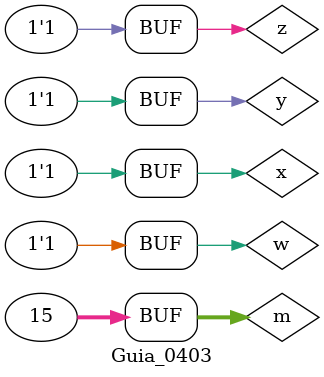
<source format=v>

module SoP (output s, input x, input y, input w, input z); // mintermos
   // m  ( 0, 2, 5, 7, 8, 11 )
   assign s = (~x & ~y & ~w & ~z)| (~x & ~y & w & ~z) | (~x & y & ~w & z) | (~x & y & w & z) | (x & ~y & ~w & ~z) | (x & ~y & w & z) ;
endmodule

module Guia_0403;
    reg x, y, w, z;
    wire s;
    integer m;

    // instancias
    SoP sop (s, x, y, w, z);

    // valores iniciais
    initial begin: start
    x=1'bx; y=1'bx; w=1'bx; z=1'bx; m =0; // indefinidos
    end
    // parte principal
    initial begin: main
    // identificacao
    $display("Tabela da Verdade");
    // monitoramento
    $display("  m  x  y  w  z  = s");
    $monitor("%d %2b %2b %2b %2b = %2b", m, x, y, w, z, s);
    // sinalizacao
    #1 m=0; x=0; y=0; w=0 ; z=0;
    #1 m=1; x=0; y=0; w=0 ; z=1; 
    #1 m=2; x=0; y=0; w=1 ; z=0;
    #1 m=3; x=0; y=0; w=1 ; z=1;
    #1 m=4; x=0; y=1; w=0 ; z=0;
    #1 m=5; x=0; y=1; w=0 ; z=1;
    #1 m=6; x=0; y=1; w=1 ; z=0;
    #1 m=7; x=0; y=1; w=1 ; z=1;
    #1 m=8; x=1; y=0; w=0 ; z=0;
    #1 m=9; x=1; y=0; w=0 ; z=1;
    #1 m=10; x=1; y=0; w=1 ; z=0;
    #1 m=11; x=1; y=0; w=1 ; z=1;
    #1 m=12; x=1; y=1; w=0 ; z=0;
    #1 m=13; x=1; y=1; w=0 ; z=1;
    #1 m=14; x=1; y=1; w=1 ; z=0;
    #1 m=15; x=1; y=1; w=1 ; z=1;
    end
endmodule // Guia_0403


/* Registro de Resultados 

03.) Tabela da Verdade
a.) f (x,y,z) = ∑ m ( 1, 5, 6, 7 )
Saída:    m  x  y  z  = s
          0  0  0  0 =  0
          1  0  0  1 =  1
          2  0  1  0 =  0
          3  0  1  1 =  0
          4  1  0  0 =  0
          5  1  0  1 =  1
          6  1  1  0 =  1
          7  1  1  1 =  1

b.) f (x,y,z) = ∑ m ( 2, 5, 6, 7 )
Saída:    m  x  y  z  = s
          0  0  0  0 =  0
          1  0  0  1 =  0
          2  0  1  0 =  1
          3  0  1  1 =  0
          4  1  0  0 =  0
          5  1  0  1 =  1
          6  1  1  0 =  1
          7  1  1  1 =  1

c.) f (x,y,w,z) = ∑ m ( 1, 2, 3, 6, 7, 11, 15 )
Saída:    m  x  y  w  z  = s
          0  0  0  0  0 =  0
          1  0  0  0  1 =  1
          2  0  0  1  0 =  1
          3  0  0  1  1 =  1
          4  0  1  0  0 =  0
          5  0  1  0  1 =  0
          6  0  1  1  0 =  1
          7  0  1  1  1 =  1
          8  1  0  0  0 =  0
          9  1  0  0  1 =  0
         10  1  0  1  0 =  0
         11  1  0  1  1 =  1
         12  1  1  0  0 =  0
         13  1  1  0  1 =  0
         14  1  1  1  0 =  0
         15  1  1  1  1 =  1

d.) f (x,y,w,z) = ∑ m ( 1, 2, 6, 8, 10, 12, 14 )
Saída:    m  x  y  w  z  = s
          0  0  0  0  0 =  0
          1  0  0  0  1 =  1
          2  0  0  1  0 =  1
          3  0  0  1  1 =  0
          4  0  1  0  0 =  0
          5  0  1  0  1 =  0
          6  0  1  1  0 =  1
          7  0  1  1  1 =  0
          8  1  0  0  0 =  1
          9  1  0  0  1 =  0
         10  1  0  1  0 =  1
         11  1  0  1  1 =  0
         12  1  1  0  0 =  1
         13  1  1  0  1 =  0
         14  1  1  1  0 =  1
         15  1  1  1  1 =  0

e.) f (x,y,w,z) = ∑ m ( 0, 2, 5, 7, 8, 11 )
Saída:    m  x  y  w  z  = s
          0  0  0  0  0 =  1
          1  0  0  0  1 =  0
          2  0  0  1  0 =  1
          3  0  0  1  1 =  0
          4  0  1  0  0 =  0
          5  0  1  0  1 =  1
          6  0  1  1  0 =  0
          7  0  1  1  1 =  1
          8  1  0  0  0 =  1
          9  1  0  0  1 =  0
         10  1  0  1  0 =  0
         11  1  0  1  1 =  1
         12  1  1  0  0 =  0
         13  1  1  0  1 =  0
         14  1  1  1  0 =  0
         15  1  1  1  1 =  0
*/
</source>
